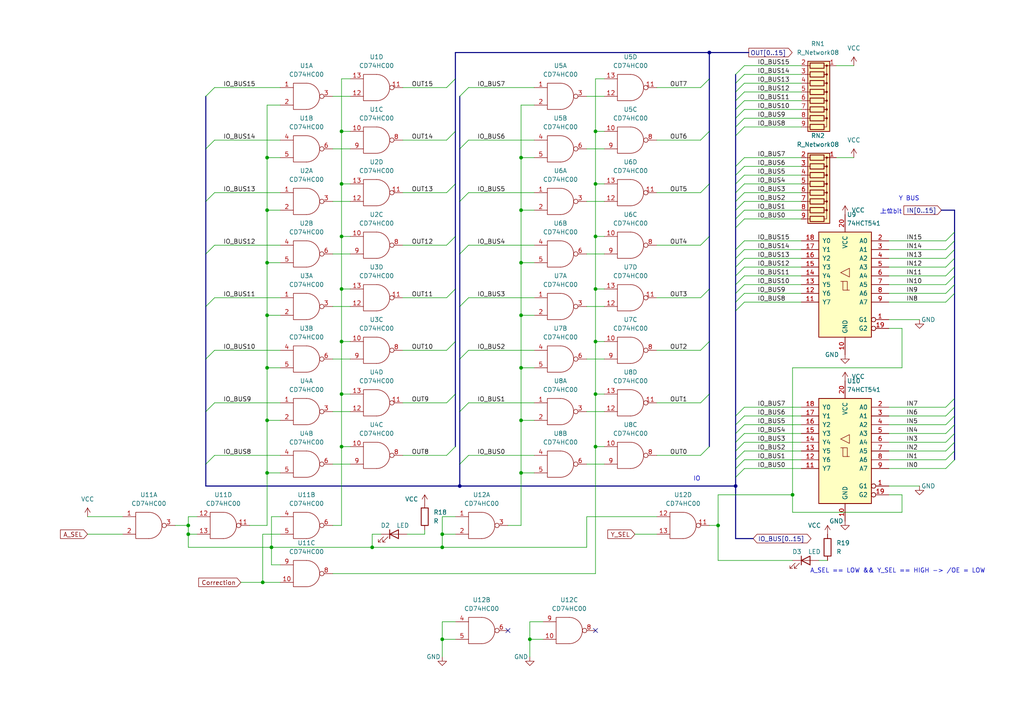
<source format=kicad_sch>
(kicad_sch (version 20211123) (generator eeschema)
  (paper "A4")
  (lib_symbols
    (symbol "74xx:74HCT541" (pin_names (offset 1.016))
      (property "Reference" "U" (at -7.62 16.51 0))
      (property "Value" "74HCT541" (at -7.62 -16.51 0))
      (symbol "74HCT541_1_0"
        (polyline (pts (xy -0.635 -1.6002) (xy -0.635 0.9398) (xy 0.635 0.9398)))
        (polyline (pts (xy -1.27 -1.6002) (xy 0.635 -1.6002) (xy 0.635 0.9398) (xy 1.27 0.9398)))
        (polyline (pts (xy 1.27 3.4798) (xy -1.27 4.7498) (xy -1.27 2.2098) (xy 1.27 3.4798)) (stroke (width 0.1524)))
        (pin input inverted (at -12.7 -10.16 0) (length 5.08) (name "G1") (number "1"))
        (pin power_in line (at 0 -20.32 90) (length 5.08) (name "GND") (number "10"))
        (pin tri_state line (at 12.7 -5.08 180) (length 5.08) (name "Y7") (number "11"))
        (pin tri_state line (at 12.7 -2.54 180) (length 5.08) (name "Y6") (number "12"))
        (pin tri_state line (at 12.7 0 180) (length 5.08) (name "Y5") (number "13"))
        (pin tri_state line (at 12.7 2.54 180) (length 5.08) (name "Y4") (number "14"))
        (pin tri_state line (at 12.7 5.08 180) (length 5.08) (name "Y3") (number "15"))
        (pin tri_state line (at 12.7 7.62 180) (length 5.08) (name "Y2") (number "16"))
        (pin tri_state line (at 12.7 10.16 180) (length 5.08) (name "Y1") (number "17"))
        (pin tri_state line (at 12.7 12.7 180) (length 5.08) (name "Y0") (number "18"))
        (pin input inverted (at -12.7 -12.7 0) (length 5.08) (name "G2") (number "19"))
        (pin input line (at -12.7 12.7 0) (length 5.08) (name "A0") (number "2"))
        (pin power_in line (at 0 20.32 270) (length 5.08) (name "VCC") (number "20"))
        (pin input line (at -12.7 10.16 0) (length 5.08) (name "A1") (number "3"))
        (pin input line (at -12.7 7.62 0) (length 5.08) (name "A2") (number "4"))
        (pin input line (at -12.7 5.08 0) (length 5.08) (name "A3") (number "5"))
        (pin input line (at -12.7 2.54 0) (length 5.08) (name "A4") (number "6"))
        (pin input line (at -12.7 0 0) (length 5.08) (name "A5") (number "7"))
        (pin input line (at -12.7 -2.54 0) (length 5.08) (name "A6") (number "8"))
        (pin input line (at -12.7 -5.08 0) (length 5.08) (name "A7") (number "9"))
      )
      (symbol "74HCT541_1_1"
        (rectangle (start -7.62 15.24) (end 7.62 -15.24) (stroke (width 0.254)) (fill (type background)))
      )
    )
    (symbol "CD74HCXX:CD74HC00" (pin_names (offset 0.762))
      (property "Reference" "U" (at -2.54 6.985 0))
      (property "Value" "CD74HC00" (at 1.27 5.08 0))
      (symbol "CD74HC00_0_0"
        (pin power_in line (at -2.54 2.54 0) (length 0) hide (name "VCC") (number "14"))
        (pin power_in line (at -2.54 -2.54 0) (length 0) hide (name "GND") (number "7"))
      )
      (symbol "CD74HC00_0_1"
        (arc (start 0 -3.81) (mid 3.81 0) (end 0 3.81))
        (polyline (pts (xy 0 3.81) (xy -3.81 3.81) (xy -3.81 -3.81) (xy 0 -3.81)))
      )
      (symbol "CD74HC00_0_2"
        (arc (start -4.445 -3.81) (mid -3.175 0) (end -4.445 3.81))
        (arc (start -3.175 -3.81) (mid 0.803 -2.7954) (end 3.81 0))
        (polyline (pts (xy -4.445 -3.81) (xy -3.175 -3.81)))
        (polyline (pts (xy -4.445 3.81) (xy -3.175 3.81)))
        (arc (start 3.81 0) (mid 0.8099 2.8117) (end -3.175 3.81))
      )
      (symbol "CD74HC00_1_1"
        (pin input line (at -7.62 2.54 0) (length 3.81) (name "~") (number "1"))
        (pin input line (at -7.62 -2.54 0) (length 3.81) (name "~") (number "2"))
        (pin output inverted (at 7.62 0 180) (length 3.81) (name "~") (number "3"))
      )
      (symbol "CD74HC00_1_2"
        (pin input inverted (at -7.62 2.54 0) (length 3.81) (name "~") (number "1"))
        (pin input inverted (at -7.62 -2.54 0) (length 3.81) (name "~") (number "2"))
        (pin output line (at 7.62 0 180) (length 3.81) (name "~") (number "3"))
      )
      (symbol "CD74HC00_2_1"
        (pin input line (at -7.62 2.54 0) (length 3.81) (name "~") (number "4"))
        (pin input line (at -7.62 -2.54 0) (length 3.81) (name "~") (number "5"))
        (pin output inverted (at 7.62 0 180) (length 3.81) (name "~") (number "6"))
      )
      (symbol "CD74HC00_2_2"
        (pin input inverted (at -7.62 2.54 0) (length 3.81) (name "~") (number "4"))
        (pin input inverted (at -7.62 -2.54 0) (length 3.81) (name "~") (number "5"))
        (pin output line (at 7.62 0 180) (length 3.81) (name "~") (number "6"))
      )
      (symbol "CD74HC00_3_1"
        (pin input line (at -7.62 -2.54 0) (length 3.81) (name "~") (number "10"))
        (pin output inverted (at 7.62 0 180) (length 3.81) (name "~") (number "8"))
        (pin input line (at -7.62 2.54 0) (length 3.81) (name "~") (number "9"))
      )
      (symbol "CD74HC00_3_2"
        (pin input inverted (at -7.62 -2.54 0) (length 3.81) (name "~") (number "10"))
        (pin output line (at 7.62 0 180) (length 3.81) (name "~") (number "8"))
        (pin input inverted (at -7.62 2.54 0) (length 3.81) (name "~") (number "9"))
      )
      (symbol "CD74HC00_4_1"
        (pin output inverted (at 7.62 0 180) (length 3.81) (name "~") (number "11"))
        (pin input line (at -7.62 2.54 0) (length 3.81) (name "~") (number "12"))
        (pin input line (at -7.62 -2.54 0) (length 3.81) (name "~") (number "13"))
      )
      (symbol "CD74HC00_4_2"
        (pin output line (at 7.62 0 180) (length 3.81) (name "~") (number "11"))
        (pin input inverted (at -7.62 2.54 0) (length 3.81) (name "~") (number "12"))
        (pin input inverted (at -7.62 -2.54 0) (length 3.81) (name "~") (number "13"))
      )
    )
    (symbol "Device:LED" (pin_numbers hide) (pin_names (offset 1.016) hide)
      (property "Reference" "D" (at 0 2.54 0))
      (property "Value" "LED" (at 0 -2.54 0))
      (symbol "LED_0_1"
        (polyline (pts (xy -1.27 -1.27) (xy -1.27 1.27)) (stroke (width 0.254)))
        (polyline (pts (xy -1.27 0) (xy 1.27 0)))
        (polyline (pts (xy 1.27 -1.27) (xy 1.27 1.27) (xy -1.27 0) (xy 1.27 -1.27)) (stroke (width 0.254)))
        (polyline (pts (xy -3.048 -0.762) (xy -4.572 -2.286) (xy -3.81 -2.286) (xy -4.572 -2.286) (xy -4.572 -1.524)))
        (polyline (pts (xy -1.778 -0.762) (xy -3.302 -2.286) (xy -2.54 -2.286) (xy -3.302 -2.286) (xy -3.302 -1.524)))
      )
      (symbol "LED_1_1"
        (pin passive line (at -3.81 0 0) (length 2.54) (name "K") (number "1"))
        (pin passive line (at 3.81 0 180) (length 2.54) (name "A") (number "2"))
      )
    )
    (symbol "Device:R" (pin_numbers hide) (pin_names (offset 0))
      (property "Reference" "R" (at 2.032 0 90))
      (property "Value" "R" (at 0 0 90))
      (symbol "R_0_1"
        (rectangle (start -1.016 -2.54) (end 1.016 2.54) (stroke (width 0.254)))
      )
      (symbol "R_1_1"
        (pin passive line (at 0 3.81 270) (length 1.27) (name "~") (number "1"))
        (pin passive line (at 0 -3.81 90) (length 1.27) (name "~") (number "2"))
      )
    )
    (symbol "Device:R_Network08" (pin_names (offset 0) hide)
      (property "Reference" "RN" (at -12.7 0 90))
      (property "Value" "R_Network08" (at 10.16 0 90))
      (symbol "R_Network08_0_1"
        (rectangle (start -11.43 -3.175) (end 8.89 3.175) (stroke (width 0.254)) (fill (type background)))
        (rectangle (start -10.922 1.524) (end -9.398 -2.54) (stroke (width 0.254)))
        (circle (center -10.16 2.286) (radius 0.254) (fill (type outline)))
        (rectangle (start -8.382 1.524) (end -6.858 -2.54) (stroke (width 0.254)))
        (circle (center -7.62 2.286) (radius 0.254) (fill (type outline)))
        (rectangle (start -5.842 1.524) (end -4.318 -2.54) (stroke (width 0.254)))
        (circle (center -5.08 2.286) (radius 0.254) (fill (type outline)))
        (rectangle (start -3.302 1.524) (end -1.778 -2.54) (stroke (width 0.254)))
        (circle (center -2.54 2.286) (radius 0.254) (fill (type outline)))
        (rectangle (start -0.762 1.524) (end 0.762 -2.54) (stroke (width 0.254)))
        (polyline (pts (xy -10.16 -2.54) (xy -10.16 -3.81)))
        (polyline (pts (xy -7.62 -2.54) (xy -7.62 -3.81)))
        (polyline (pts (xy -5.08 -2.54) (xy -5.08 -3.81)))
        (polyline (pts (xy -2.54 -2.54) (xy -2.54 -3.81)))
        (polyline (pts (xy 0 -2.54) (xy 0 -3.81)))
        (polyline (pts (xy 2.54 -2.54) (xy 2.54 -3.81)))
        (polyline (pts (xy 5.08 -2.54) (xy 5.08 -3.81)))
        (polyline (pts (xy 7.62 -2.54) (xy 7.62 -3.81)))
        (polyline (pts (xy -10.16 1.524) (xy -10.16 2.286) (xy -7.62 2.286) (xy -7.62 1.524)))
        (polyline (pts (xy -7.62 1.524) (xy -7.62 2.286) (xy -5.08 2.286) (xy -5.08 1.524)))
        (polyline (pts (xy -5.08 1.524) (xy -5.08 2.286) (xy -2.54 2.286) (xy -2.54 1.524)))
        (polyline (pts (xy -2.54 1.524) (xy -2.54 2.286) (xy 0 2.286) (xy 0 1.524)))
        (polyline (pts (xy 0 1.524) (xy 0 2.286) (xy 2.54 2.286) (xy 2.54 1.524)))
        (polyline (pts (xy 2.54 1.524) (xy 2.54 2.286) (xy 5.08 2.286) (xy 5.08 1.524)))
        (polyline (pts (xy 5.08 1.524) (xy 5.08 2.286) (xy 7.62 2.286) (xy 7.62 1.524)))
        (circle (center 0 2.286) (radius 0.254) (fill (type outline)))
        (rectangle (start 1.778 1.524) (end 3.302 -2.54) (stroke (width 0.254)))
        (circle (center 2.54 2.286) (radius 0.254) (fill (type outline)))
        (rectangle (start 4.318 1.524) (end 5.842 -2.54) (stroke (width 0.254)))
        (circle (center 5.08 2.286) (radius 0.254) (fill (type outline)))
        (rectangle (start 6.858 1.524) (end 8.382 -2.54) (stroke (width 0.254)))
      )
      (symbol "R_Network08_1_1"
        (pin passive line (at -10.16 5.08 270) (length 2.54) (name "common") (number "1"))
        (pin passive line (at -10.16 -5.08 90) (length 1.27) (name "R1") (number "2"))
        (pin passive line (at -7.62 -5.08 90) (length 1.27) (name "R2") (number "3"))
        (pin passive line (at -5.08 -5.08 90) (length 1.27) (name "R3") (number "4"))
        (pin passive line (at -2.54 -5.08 90) (length 1.27) (name "R4") (number "5"))
        (pin passive line (at 0 -5.08 90) (length 1.27) (name "R5") (number "6"))
        (pin passive line (at 2.54 -5.08 90) (length 1.27) (name "R6") (number "7"))
        (pin passive line (at 5.08 -5.08 90) (length 1.27) (name "R7") (number "8"))
        (pin passive line (at 7.62 -5.08 90) (length 1.27) (name "R8") (number "9"))
      )
    )
    (symbol "power:GND" (power) (pin_names (offset 0))
      (property "Value" "GND" (at 0 -3.81 0))
      (symbol "GND_0_1"
        (polyline (pts (xy 0 0) (xy 0 -1.27) (xy 1.27 -1.27) (xy 0 -2.54) (xy -1.27 -1.27) (xy 0 -1.27)))
      )
      (symbol "GND_1_1"
        (pin power_in line (at 0 0 270) (length 0) hide (name "GND") (number "1"))
      )
    )
    (symbol "power:VCC" (power) (pin_names (offset 0))
      (property "Value" "VCC" (at 0 3.81 0))
      (symbol "VCC_0_1"
        (polyline (pts (xy -0.762 1.27) (xy 0 2.54)))
        (polyline (pts (xy 0 0) (xy 0 2.54)))
        (polyline (pts (xy 0 2.54) (xy 0.762 1.27)))
      )
      (symbol "VCC_1_1"
        (pin power_in line (at 0 0 90) (length 0) hide (name "VCC") (number "1"))
      )
    )
  )
  (junction (at 77.47 60.96))
  (junction (at 151.13 60.96))
  (junction (at 77.47 91.44))
  (junction (at 54.61 154.94))
  (junction (at 77.47 76.2))
  (junction (at 151.13 106.68))
  (junction (at 99.06 99.06))
  (junction (at 54.61 152.4))
  (junction (at 99.06 114.3))
  (junction (at 172.72 83.82))
  (junction (at 99.06 53.34))
  (junction (at 151.13 45.72))
  (junction (at 213.36 140.97))
  (junction (at 133.35 140.97))
  (junction (at 99.06 83.82))
  (junction (at 172.72 99.06))
  (junction (at 78.74 158.75))
  (junction (at 99.06 38.1))
  (junction (at 128.27 185.42))
  (junction (at 77.47 106.68))
  (junction (at 172.72 38.1))
  (junction (at 172.72 129.54))
  (junction (at 172.72 68.58))
  (junction (at 172.72 53.34))
  (junction (at 208.28 152.4))
  (junction (at 172.72 114.3))
  (junction (at 128.27 154.94))
  (junction (at 77.47 45.72))
  (junction (at 151.13 121.92))
  (junction (at 99.06 129.54))
  (junction (at 151.13 137.16))
  (junction (at 107.95 158.75))
  (junction (at 229.87 143.51))
  (junction (at 77.47 137.16))
  (junction (at 205.74 15.24))
  (junction (at 153.67 185.42))
  (junction (at 151.13 91.44))
  (junction (at 151.13 76.2))
  (junction (at 128.27 158.75))
  (junction (at 76.2 168.91))
  (junction (at 77.47 121.92))
  (junction (at 99.06 68.58))
  (no_connect (at 147.32 182.88))
  (no_connect (at 172.72 182.88))
  (bus_entry (at 213.36 48.26) (size 2.54 -2.54))
  (bus_entry (at 274.32 82.55) (size 2.54 -2.54))
  (bus_entry (at 274.32 130.81) (size 2.54 -2.54))
  (bus_entry (at 133.35 43.18) (size 2.54 -2.54))
  (bus_entry (at 274.32 135.89) (size 2.54 -2.54))
  (bus_entry (at 213.36 39.37) (size 2.54 -2.54))
  (bus_entry (at 133.35 73.66) (size 2.54 -2.54))
  (bus_entry (at 213.36 29.21) (size 2.54 -2.54))
  (bus_entry (at 274.32 118.11) (size 2.54 -2.54))
  (bus_entry (at 274.32 80.01) (size 2.54 -2.54))
  (bus_entry (at 213.36 55.88) (size 2.54 -2.54))
  (bus_entry (at 129.54 55.88) (size 2.54 -2.54))
  (bus_entry (at 59.69 43.18) (size 2.54 -2.54))
  (bus_entry (at 274.32 120.65) (size 2.54 -2.54))
  (bus_entry (at 213.36 26.67) (size 2.54 -2.54))
  (bus_entry (at 274.32 74.93) (size 2.54 -2.54))
  (bus_entry (at 213.36 63.5) (size 2.54 -2.54))
  (bus_entry (at 213.36 53.34) (size 2.54 -2.54))
  (bus_entry (at 129.54 86.36) (size 2.54 -2.54))
  (bus_entry (at 213.36 50.8) (size 2.54 -2.54))
  (bus_entry (at 133.35 58.42) (size 2.54 -2.54))
  (bus_entry (at 274.32 87.63) (size 2.54 -2.54))
  (bus_entry (at 203.2 86.36) (size 2.54 -2.54))
  (bus_entry (at 274.32 77.47) (size 2.54 -2.54))
  (bus_entry (at 129.54 25.4) (size 2.54 -2.54))
  (bus_entry (at 203.2 25.4) (size 2.54 -2.54))
  (bus_entry (at 213.36 31.75) (size 2.54 -2.54))
  (bus_entry (at 203.2 71.12) (size 2.54 -2.54))
  (bus_entry (at 59.69 58.42) (size 2.54 -2.54))
  (bus_entry (at 59.69 104.14) (size 2.54 -2.54))
  (bus_entry (at 274.32 128.27) (size 2.54 -2.54))
  (bus_entry (at 203.2 116.84) (size 2.54 -2.54))
  (bus_entry (at 213.36 24.13) (size 2.54 -2.54))
  (bus_entry (at 274.32 123.19) (size 2.54 -2.54))
  (bus_entry (at 274.32 72.39) (size 2.54 -2.54))
  (bus_entry (at 59.69 119.38) (size 2.54 -2.54))
  (bus_entry (at 133.35 134.62) (size 2.54 -2.54))
  (bus_entry (at 133.35 104.14) (size 2.54 -2.54))
  (bus_entry (at 274.32 133.35) (size 2.54 -2.54))
  (bus_entry (at 129.54 116.84) (size 2.54 -2.54))
  (bus_entry (at 129.54 71.12) (size 2.54 -2.54))
  (bus_entry (at 213.36 21.59) (size 2.54 -2.54))
  (bus_entry (at 129.54 132.08) (size 2.54 -2.54))
  (bus_entry (at 59.69 27.94) (size 2.54 -2.54))
  (bus_entry (at 129.54 40.64) (size 2.54 -2.54))
  (bus_entry (at 213.36 58.42) (size 2.54 -2.54))
  (bus_entry (at 213.36 36.83) (size 2.54 -2.54))
  (bus_entry (at 213.36 123.19) (size 2.54 -2.54))
  (bus_entry (at 213.36 128.27) (size 2.54 -2.54))
  (bus_entry (at 213.36 125.73) (size 2.54 -2.54))
  (bus_entry (at 213.36 130.81) (size 2.54 -2.54))
  (bus_entry (at 213.36 120.65) (size 2.54 -2.54))
  (bus_entry (at 213.36 133.35) (size 2.54 -2.54))
  (bus_entry (at 213.36 138.43) (size 2.54 -2.54))
  (bus_entry (at 213.36 135.89) (size 2.54 -2.54))
  (bus_entry (at 203.2 132.08) (size 2.54 -2.54))
  (bus_entry (at 213.36 90.17) (size 2.54 -2.54))
  (bus_entry (at 213.36 87.63) (size 2.54 -2.54))
  (bus_entry (at 213.36 72.39) (size 2.54 -2.54))
  (bus_entry (at 213.36 74.93) (size 2.54 -2.54))
  (bus_entry (at 213.36 85.09) (size 2.54 -2.54))
  (bus_entry (at 213.36 82.55) (size 2.54 -2.54))
  (bus_entry (at 213.36 77.47) (size 2.54 -2.54))
  (bus_entry (at 213.36 80.01) (size 2.54 -2.54))
  (bus_entry (at 274.32 85.09) (size 2.54 -2.54))
  (bus_entry (at 133.35 88.9) (size 2.54 -2.54))
  (bus_entry (at 274.32 69.85) (size 2.54 -2.54))
  (bus_entry (at 203.2 55.88) (size 2.54 -2.54))
  (bus_entry (at 203.2 40.64) (size 2.54 -2.54))
  (bus_entry (at 213.36 66.04) (size 2.54 -2.54))
  (bus_entry (at 274.32 125.73) (size 2.54 -2.54))
  (bus_entry (at 59.69 88.9) (size 2.54 -2.54))
  (bus_entry (at 213.36 60.96) (size 2.54 -2.54))
  (bus_entry (at 213.36 34.29) (size 2.54 -2.54))
  (bus_entry (at 203.2 101.6) (size 2.54 -2.54))
  (bus_entry (at 133.35 27.94) (size 2.54 -2.54))
  (bus_entry (at 59.69 73.66) (size 2.54 -2.54))
  (bus_entry (at 129.54 101.6) (size 2.54 -2.54))
  (bus_entry (at 59.69 134.62) (size 2.54 -2.54))
  (bus_entry (at 133.35 119.38) (size 2.54 -2.54))
  (wire (pts (xy 151.13 106.68) (xy 154.94 106.68)))
  (bus (pts (xy 213.36 85.09) (xy 213.36 82.55)))
  (bus (pts (xy 132.08 22.86) (xy 132.08 15.24)))
  (bus (pts (xy 213.36 31.75) (xy 213.36 34.29)))
  (bus (pts (xy 213.36 82.55) (xy 213.36 80.01)))
  (wire (pts (xy 215.9 69.85) (xy 232.41 69.85)))
  (wire (pts (xy 76.2 168.91) (xy 81.28 168.91)))
  (wire (pts (xy 257.81 125.73) (xy 274.32 125.73)))
  (wire (pts (xy 69.85 168.91) (xy 76.2 168.91)))
  (wire (pts (xy 25.4 149.86) (xy 35.56 149.86)))
  (wire (pts (xy 96.52 73.66) (xy 101.6 73.66)))
  (wire (pts (xy 81.28 149.86) (xy 78.74 149.86)))
  (bus (pts (xy 133.35 119.38) (xy 133.35 134.62)))
  (wire (pts (xy 116.84 86.36) (xy 129.54 86.36)))
  (wire (pts (xy 77.47 137.16) (xy 81.28 137.16)))
  (wire (pts (xy 116.84 71.12) (xy 129.54 71.12)))
  (wire (pts (xy 215.9 26.67) (xy 232.41 26.67)))
  (wire (pts (xy 54.61 154.94) (xy 54.61 152.4)))
  (bus (pts (xy 205.74 22.86) (xy 205.74 38.1)))
  (wire (pts (xy 257.81 128.27) (xy 274.32 128.27)))
  (bus (pts (xy 59.69 27.94) (xy 59.69 43.18)))
  (wire (pts (xy 151.13 60.96) (xy 151.13 76.2)))
  (wire (pts (xy 62.23 132.08) (xy 81.28 132.08)))
  (wire (pts (xy 257.81 77.47) (xy 274.32 77.47)))
  (wire (pts (xy 172.72 83.82) (xy 172.72 68.58)))
  (wire (pts (xy 261.62 143.51) (xy 257.81 143.51)))
  (wire (pts (xy 99.06 83.82) (xy 101.6 83.82)))
  (bus (pts (xy 213.36 58.42) (xy 213.36 60.96)))
  (wire (pts (xy 215.9 125.73) (xy 232.41 125.73)))
  (wire (pts (xy 77.47 76.2) (xy 81.28 76.2)))
  (wire (pts (xy 229.87 162.56) (xy 208.28 162.56)))
  (bus (pts (xy 213.36 66.04) (xy 213.36 72.39)))
  (wire (pts (xy 78.74 158.75) (xy 78.74 163.83)))
  (bus (pts (xy 59.69 58.42) (xy 59.69 73.66)))
  (wire (pts (xy 77.47 121.92) (xy 81.28 121.92)))
  (wire (pts (xy 247.65 45.72) (xy 242.57 45.72)))
  (bus (pts (xy 205.74 68.58) (xy 205.74 83.82)))
  (wire (pts (xy 170.18 134.62) (xy 175.26 134.62)))
  (wire (pts (xy 77.47 137.16) (xy 77.47 152.4)))
  (wire (pts (xy 151.13 45.72) (xy 154.94 45.72)))
  (wire (pts (xy 257.81 123.19) (xy 274.32 123.19)))
  (wire (pts (xy 99.06 38.1) (xy 99.06 53.34)))
  (wire (pts (xy 215.9 118.11) (xy 232.41 118.11)))
  (bus (pts (xy 133.35 73.66) (xy 133.35 88.9)))
  (wire (pts (xy 132.08 154.94) (xy 128.27 154.94)))
  (wire (pts (xy 172.72 68.58) (xy 172.72 53.34)))
  (wire (pts (xy 172.72 129.54) (xy 172.72 114.3)))
  (bus (pts (xy 213.36 50.8) (xy 213.36 53.34)))
  (wire (pts (xy 172.72 83.82) (xy 175.26 83.82)))
  (wire (pts (xy 62.23 40.64) (xy 81.28 40.64)))
  (wire (pts (xy 215.9 72.39) (xy 232.41 72.39)))
  (bus (pts (xy 213.36 29.21) (xy 213.36 31.75)))
  (bus (pts (xy 59.69 43.18) (xy 59.69 58.42)))
  (wire (pts (xy 215.9 133.35) (xy 232.41 133.35)))
  (wire (pts (xy 116.84 25.4) (xy 129.54 25.4)))
  (bus (pts (xy 205.74 114.3) (xy 205.74 129.54)))
  (bus (pts (xy 59.69 134.62) (xy 59.69 140.97)))
  (wire (pts (xy 170.18 58.42) (xy 175.26 58.42)))
  (bus (pts (xy 276.86 72.39) (xy 276.86 74.93)))
  (bus (pts (xy 213.36 128.27) (xy 213.36 125.73)))
  (wire (pts (xy 135.89 86.36) (xy 154.94 86.36)))
  (wire (pts (xy 229.87 148.59) (xy 261.62 148.59)))
  (wire (pts (xy 172.72 99.06) (xy 175.26 99.06)))
  (wire (pts (xy 261.62 95.25) (xy 257.81 95.25)))
  (wire (pts (xy 77.47 121.92) (xy 77.47 137.16)))
  (bus (pts (xy 276.86 69.85) (xy 276.86 72.39)))
  (wire (pts (xy 208.28 152.4) (xy 205.74 152.4)))
  (wire (pts (xy 147.32 152.4) (xy 151.13 152.4)))
  (wire (pts (xy 257.81 74.93) (xy 274.32 74.93)))
  (wire (pts (xy 257.81 118.11) (xy 274.32 118.11)))
  (wire (pts (xy 135.89 40.64) (xy 154.94 40.64)))
  (wire (pts (xy 215.9 24.13) (xy 232.41 24.13)))
  (wire (pts (xy 96.52 58.42) (xy 101.6 58.42)))
  (bus (pts (xy 132.08 114.3) (xy 132.08 99.06)))
  (wire (pts (xy 208.28 152.4) (xy 208.28 162.56)))
  (wire (pts (xy 190.5 40.64) (xy 203.2 40.64)))
  (bus (pts (xy 276.86 60.96) (xy 276.86 67.31)))
  (wire (pts (xy 99.06 83.82) (xy 99.06 99.06)))
  (wire (pts (xy 99.06 68.58) (xy 99.06 83.82)))
  (wire (pts (xy 190.5 71.12) (xy 203.2 71.12)))
  (bus (pts (xy 213.36 26.67) (xy 213.36 29.21)))
  (wire (pts (xy 99.06 129.54) (xy 99.06 152.4)))
  (wire (pts (xy 116.84 55.88) (xy 129.54 55.88)))
  (bus (pts (xy 132.08 53.34) (xy 132.08 38.1)))
  (wire (pts (xy 257.81 72.39) (xy 274.32 72.39)))
  (bus (pts (xy 59.69 104.14) (xy 59.69 119.38)))
  (wire (pts (xy 99.06 53.34) (xy 101.6 53.34)))
  (wire (pts (xy 99.06 68.58) (xy 101.6 68.58)))
  (wire (pts (xy 190.5 132.08) (xy 203.2 132.08)))
  (wire (pts (xy 153.67 180.34) (xy 153.67 185.42)))
  (wire (pts (xy 172.72 53.34) (xy 172.72 38.1)))
  (bus (pts (xy 213.36 60.96) (xy 213.36 63.5)))
  (wire (pts (xy 151.13 137.16) (xy 154.94 137.16)))
  (wire (pts (xy 257.81 133.35) (xy 274.32 133.35)))
  (wire (pts (xy 118.11 154.94) (xy 123.19 154.94)))
  (bus (pts (xy 133.35 58.42) (xy 133.35 73.66)))
  (bus (pts (xy 133.35 140.97) (xy 213.36 140.97)))
  (wire (pts (xy 50.8 152.4) (xy 54.61 152.4)))
  (wire (pts (xy 172.72 114.3) (xy 172.72 99.06)))
  (wire (pts (xy 96.52 27.94) (xy 101.6 27.94)))
  (wire (pts (xy 77.47 106.68) (xy 77.47 121.92)))
  (bus (pts (xy 132.08 99.06) (xy 132.08 83.82)))
  (wire (pts (xy 170.18 149.86) (xy 170.18 158.75)))
  (wire (pts (xy 215.9 128.27) (xy 232.41 128.27)))
  (wire (pts (xy 78.74 158.75) (xy 54.61 158.75)))
  (wire (pts (xy 172.72 38.1) (xy 175.26 38.1)))
  (bus (pts (xy 213.36 133.35) (xy 213.36 130.81)))
  (wire (pts (xy 261.62 106.68) (xy 261.62 95.25)))
  (wire (pts (xy 128.27 180.34) (xy 128.27 185.42)))
  (wire (pts (xy 62.23 25.4) (xy 81.28 25.4)))
  (wire (pts (xy 96.52 134.62) (xy 101.6 134.62)))
  (bus (pts (xy 213.36 90.17) (xy 213.36 87.63)))
  (wire (pts (xy 151.13 121.92) (xy 151.13 137.16)))
  (bus (pts (xy 213.36 55.88) (xy 213.36 58.42)))
  (wire (pts (xy 172.72 114.3) (xy 175.26 114.3)))
  (wire (pts (xy 128.27 185.42) (xy 128.27 190.5)))
  (wire (pts (xy 135.89 116.84) (xy 154.94 116.84)))
  (wire (pts (xy 190.5 101.6) (xy 203.2 101.6)))
  (wire (pts (xy 153.67 185.42) (xy 153.67 190.5)))
  (wire (pts (xy 77.47 30.48) (xy 77.47 45.72)))
  (wire (pts (xy 62.23 55.88) (xy 81.28 55.88)))
  (wire (pts (xy 215.9 82.55) (xy 232.41 82.55)))
  (wire (pts (xy 229.87 106.68) (xy 229.87 143.51)))
  (wire (pts (xy 132.08 180.34) (xy 128.27 180.34)))
  (bus (pts (xy 205.74 83.82) (xy 205.74 99.06)))
  (wire (pts (xy 151.13 91.44) (xy 151.13 106.68)))
  (bus (pts (xy 133.35 43.18) (xy 133.35 58.42)))
  (wire (pts (xy 81.28 154.94) (xy 76.2 154.94)))
  (bus (pts (xy 59.69 73.66) (xy 59.69 88.9)))
  (wire (pts (xy 215.9 31.75) (xy 232.41 31.75)))
  (wire (pts (xy 135.89 101.6) (xy 154.94 101.6)))
  (wire (pts (xy 57.15 154.94) (xy 54.61 154.94)))
  (bus (pts (xy 213.36 120.65) (xy 213.36 90.17)))
  (wire (pts (xy 215.9 50.8) (xy 232.41 50.8)))
  (wire (pts (xy 215.9 123.19) (xy 232.41 123.19)))
  (wire (pts (xy 135.89 55.88) (xy 154.94 55.88)))
  (wire (pts (xy 99.06 22.86) (xy 99.06 38.1)))
  (wire (pts (xy 151.13 106.68) (xy 151.13 121.92)))
  (bus (pts (xy 213.36 80.01) (xy 213.36 77.47)))
  (wire (pts (xy 54.61 152.4) (xy 54.61 149.86)))
  (bus (pts (xy 213.36 21.59) (xy 213.36 24.13)))
  (wire (pts (xy 153.67 185.42) (xy 157.48 185.42)))
  (bus (pts (xy 276.86 115.57) (xy 276.86 118.11)))
  (wire (pts (xy 96.52 104.14) (xy 101.6 104.14)))
  (bus (pts (xy 59.69 88.9) (xy 59.69 104.14)))
  (wire (pts (xy 151.13 60.96) (xy 154.94 60.96)))
  (wire (pts (xy 151.13 45.72) (xy 151.13 60.96)))
  (bus (pts (xy 276.86 67.31) (xy 276.86 69.85)))
  (wire (pts (xy 81.28 30.48) (xy 77.47 30.48)))
  (wire (pts (xy 135.89 71.12) (xy 154.94 71.12)))
  (wire (pts (xy 77.47 91.44) (xy 77.47 106.68)))
  (wire (pts (xy 78.74 149.86) (xy 78.74 158.75)))
  (bus (pts (xy 276.86 74.93) (xy 276.86 77.47)))
  (wire (pts (xy 215.9 34.29) (xy 232.41 34.29)))
  (wire (pts (xy 128.27 154.94) (xy 128.27 158.75)))
  (bus (pts (xy 213.36 48.26) (xy 213.36 50.8)))
  (bus (pts (xy 132.08 129.54) (xy 132.08 114.3)))
  (wire (pts (xy 215.9 120.65) (xy 232.41 120.65)))
  (wire (pts (xy 257.81 120.65) (xy 274.32 120.65)))
  (wire (pts (xy 151.13 76.2) (xy 151.13 91.44)))
  (wire (pts (xy 99.06 114.3) (xy 101.6 114.3)))
  (wire (pts (xy 215.9 63.5) (xy 232.41 63.5)))
  (wire (pts (xy 107.95 154.94) (xy 110.49 154.94)))
  (bus (pts (xy 132.08 15.24) (xy 205.74 15.24)))
  (wire (pts (xy 116.84 116.84) (xy 129.54 116.84)))
  (bus (pts (xy 276.86 77.47) (xy 276.86 80.01)))
  (wire (pts (xy 99.06 53.34) (xy 99.06 68.58)))
  (wire (pts (xy 215.9 80.01) (xy 232.41 80.01)))
  (wire (pts (xy 151.13 91.44) (xy 154.94 91.44)))
  (wire (pts (xy 215.9 48.26) (xy 232.41 48.26)))
  (wire (pts (xy 215.9 77.47) (xy 232.41 77.47)))
  (bus (pts (xy 205.74 38.1) (xy 205.74 53.34)))
  (wire (pts (xy 96.52 152.4) (xy 99.06 152.4)))
  (wire (pts (xy 151.13 121.92) (xy 154.94 121.92)))
  (wire (pts (xy 257.81 87.63) (xy 274.32 87.63)))
  (wire (pts (xy 172.72 38.1) (xy 172.72 22.86)))
  (bus (pts (xy 273.05 60.96) (xy 276.86 60.96)))
  (wire (pts (xy 135.89 25.4) (xy 154.94 25.4)))
  (bus (pts (xy 276.86 130.81) (xy 276.86 133.35)))
  (wire (pts (xy 77.47 60.96) (xy 77.47 76.2)))
  (wire (pts (xy 190.5 86.36) (xy 203.2 86.36)))
  (wire (pts (xy 62.23 71.12) (xy 81.28 71.12)))
  (wire (pts (xy 172.72 129.54) (xy 175.26 129.54)))
  (wire (pts (xy 77.47 76.2) (xy 77.47 91.44)))
  (wire (pts (xy 76.2 154.94) (xy 76.2 168.91)))
  (wire (pts (xy 151.13 30.48) (xy 151.13 45.72)))
  (wire (pts (xy 215.9 85.09) (xy 232.41 85.09)))
  (bus (pts (xy 132.08 38.1) (xy 132.08 22.86)))
  (bus (pts (xy 276.86 125.73) (xy 276.86 128.27)))
  (wire (pts (xy 54.61 149.86) (xy 57.15 149.86)))
  (wire (pts (xy 99.06 38.1) (xy 101.6 38.1)))
  (wire (pts (xy 135.89 132.08) (xy 154.94 132.08)))
  (wire (pts (xy 172.72 22.86) (xy 175.26 22.86)))
  (wire (pts (xy 208.28 143.51) (xy 229.87 143.51)))
  (bus (pts (xy 213.36 34.29) (xy 213.36 36.83)))
  (bus (pts (xy 213.36 135.89) (xy 213.36 133.35)))
  (bus (pts (xy 133.35 134.62) (xy 133.35 140.97)))
  (wire (pts (xy 54.61 158.75) (xy 54.61 154.94)))
  (bus (pts (xy 213.36 39.37) (xy 213.36 48.26)))
  (wire (pts (xy 96.52 119.38) (xy 101.6 119.38)))
  (bus (pts (xy 205.74 15.24) (xy 217.17 15.24)))
  (bus (pts (xy 133.35 104.14) (xy 133.35 119.38)))
  (bus (pts (xy 213.36 140.97) (xy 213.36 156.21)))
  (wire (pts (xy 190.5 55.88) (xy 203.2 55.88)))
  (wire (pts (xy 190.5 149.86) (xy 170.18 149.86)))
  (wire (pts (xy 215.9 60.96) (xy 232.41 60.96)))
  (wire (pts (xy 257.81 80.01) (xy 274.32 80.01)))
  (wire (pts (xy 107.95 158.75) (xy 78.74 158.75)))
  (wire (pts (xy 116.84 132.08) (xy 129.54 132.08)))
  (wire (pts (xy 215.9 36.83) (xy 232.41 36.83)))
  (bus (pts (xy 213.36 130.81) (xy 213.36 128.27)))
  (wire (pts (xy 128.27 149.86) (xy 128.27 154.94)))
  (bus (pts (xy 133.35 27.94) (xy 133.35 43.18)))
  (bus (pts (xy 59.69 119.38) (xy 59.69 134.62)))
  (wire (pts (xy 261.62 148.59) (xy 261.62 143.51)))
  (bus (pts (xy 133.35 88.9) (xy 133.35 104.14)))
  (bus (pts (xy 213.36 138.43) (xy 213.36 135.89)))
  (wire (pts (xy 266.7 92.71) (xy 257.81 92.71)))
  (wire (pts (xy 99.06 99.06) (xy 101.6 99.06)))
  (bus (pts (xy 59.69 140.97) (xy 133.35 140.97)))
  (bus (pts (xy 213.36 63.5) (xy 213.36 66.04)))
  (wire (pts (xy 170.18 88.9) (xy 175.26 88.9)))
  (wire (pts (xy 170.18 43.18) (xy 175.26 43.18)))
  (bus (pts (xy 205.74 15.24) (xy 205.74 22.86)))
  (wire (pts (xy 101.6 22.86) (xy 99.06 22.86)))
  (wire (pts (xy 215.9 19.05) (xy 232.41 19.05)))
  (wire (pts (xy 215.9 21.59) (xy 232.41 21.59)))
  (wire (pts (xy 81.28 60.96) (xy 77.47 60.96)))
  (wire (pts (xy 62.23 116.84) (xy 81.28 116.84)))
  (wire (pts (xy 72.39 152.4) (xy 77.47 152.4)))
  (wire (pts (xy 77.47 45.72) (xy 81.28 45.72)))
  (wire (pts (xy 215.9 58.42) (xy 232.41 58.42)))
  (bus (pts (xy 218.44 156.21) (xy 213.36 156.21)))
  (bus (pts (xy 205.74 99.06) (xy 205.74 114.3)))
  (bus (pts (xy 276.86 118.11) (xy 276.86 120.65)))
  (wire (pts (xy 99.06 99.06) (xy 99.06 114.3)))
  (wire (pts (xy 215.9 130.81) (xy 232.41 130.81)))
  (wire (pts (xy 215.9 74.93) (xy 232.41 74.93)))
  (bus (pts (xy 213.36 72.39) (xy 213.36 74.93)))
  (wire (pts (xy 99.06 129.54) (xy 101.6 129.54)))
  (wire (pts (xy 215.9 45.72) (xy 232.41 45.72)))
  (wire (pts (xy 208.28 143.51) (xy 208.28 152.4)))
  (wire (pts (xy 215.9 29.21) (xy 232.41 29.21)))
  (bus (pts (xy 213.36 123.19) (xy 213.36 120.65)))
  (wire (pts (xy 229.87 143.51) (xy 229.87 148.59)))
  (wire (pts (xy 247.65 19.05) (xy 242.57 19.05)))
  (wire (pts (xy 96.52 166.37) (xy 172.72 166.37)))
  (wire (pts (xy 190.5 25.4) (xy 203.2 25.4)))
  (wire (pts (xy 96.52 43.18) (xy 101.6 43.18)))
  (bus (pts (xy 276.86 80.01) (xy 276.86 82.55)))
  (wire (pts (xy 257.81 130.81) (xy 274.32 130.81)))
  (wire (pts (xy 99.06 114.3) (xy 99.06 129.54)))
  (wire (pts (xy 78.74 163.83) (xy 81.28 163.83)))
  (wire (pts (xy 25.4 154.94) (xy 35.56 154.94)))
  (wire (pts (xy 116.84 101.6) (xy 129.54 101.6)))
  (bus (pts (xy 276.86 82.55) (xy 276.86 85.09)))
  (wire (pts (xy 261.62 106.68) (xy 229.87 106.68)))
  (bus (pts (xy 132.08 83.82) (xy 132.08 68.58)))
  (bus (pts (xy 132.08 68.58) (xy 132.08 53.34)))
  (wire (pts (xy 170.18 73.66) (xy 175.26 73.66)))
  (wire (pts (xy 62.23 101.6) (xy 81.28 101.6)))
  (wire (pts (xy 116.84 40.64) (xy 129.54 40.64)))
  (wire (pts (xy 128.27 185.42) (xy 132.08 185.42)))
  (wire (pts (xy 237.49 162.56) (xy 240.03 162.56)))
  (bus (pts (xy 213.36 87.63) (xy 213.36 85.09)))
  (wire (pts (xy 107.95 154.94) (xy 107.95 158.75)))
  (wire (pts (xy 257.81 69.85) (xy 274.32 69.85)))
  (wire (pts (xy 96.52 88.9) (xy 101.6 88.9)))
  (wire (pts (xy 157.48 180.34) (xy 153.67 180.34)))
  (bus (pts (xy 276.86 123.19) (xy 276.86 125.73)))
  (bus (pts (xy 276.86 128.27) (xy 276.86 130.81)))
  (wire (pts (xy 170.18 104.14) (xy 175.26 104.14)))
  (wire (pts (xy 184.15 154.94) (xy 190.5 154.94)))
  (wire (pts (xy 215.9 55.88) (xy 232.41 55.88)))
  (wire (pts (xy 170.18 119.38) (xy 175.26 119.38)))
  (wire (pts (xy 154.94 30.48) (xy 151.13 30.48)))
  (wire (pts (xy 266.7 140.97) (xy 257.81 140.97)))
  (wire (pts (xy 77.47 45.72) (xy 77.47 60.96)))
  (wire (pts (xy 257.81 135.89) (xy 274.32 135.89)))
  (wire (pts (xy 172.72 53.34) (xy 175.26 53.34)))
  (bus (pts (xy 213.36 36.83) (xy 213.36 39.37)))
  (wire (pts (xy 170.18 27.94) (xy 175.26 27.94)))
  (bus (pts (xy 213.36 77.47) (xy 213.36 74.93)))
  (wire (pts (xy 151.13 137.16) (xy 151.13 152.4)))
  (bus (pts (xy 276.86 120.65) (xy 276.86 123.19)))
  (wire (pts (xy 215.9 87.63) (xy 232.41 87.63)))
  (bus (pts (xy 276.86 85.09) (xy 276.86 115.57)))
  (wire (pts (xy 257.81 85.09) (xy 274.32 85.09)))
  (wire (pts (xy 77.47 106.68) (xy 81.28 106.68)))
  (wire (pts (xy 123.19 154.94) (xy 123.19 153.67)))
  (bus (pts (xy 213.36 53.34) (xy 213.36 55.88)))
  (bus (pts (xy 213.36 140.97) (xy 213.36 138.43)))
  (wire (pts (xy 132.08 149.86) (xy 128.27 149.86)))
  (wire (pts (xy 215.9 53.34) (xy 232.41 53.34)))
  (wire (pts (xy 190.5 116.84) (xy 203.2 116.84)))
  (wire (pts (xy 128.27 158.75) (xy 170.18 158.75)))
  (wire (pts (xy 215.9 135.89) (xy 232.41 135.89)))
  (wire (pts (xy 77.47 91.44) (xy 81.28 91.44)))
  (bus (pts (xy 213.36 24.13) (xy 213.36 26.67)))
  (wire (pts (xy 151.13 76.2) (xy 154.94 76.2)))
  (wire (pts (xy 257.81 82.55) (xy 274.32 82.55)))
  (bus (pts (xy 213.36 125.73) (xy 213.36 123.19)))
  (bus (pts (xy 205.74 53.34) (xy 205.74 68.58)))
  (wire (pts (xy 107.95 158.75) (xy 128.27 158.75)))
  (wire (pts (xy 62.23 86.36) (xy 81.28 86.36)))
  (wire (pts (xy 172.72 99.06) (xy 172.72 83.82)))
  (wire (pts (xy 172.72 68.58) (xy 175.26 68.58)))
  (wire (pts (xy 172.72 166.37) (xy 172.72 129.54)))
  (text "上位bit" (at 261.62 62.23 180) (effects (font (size 1.27 1.27)) (justify right bottom)))
  (text "A_SEL == LOW && Y_SEL == HIGH -> /OE = LOW" (at 234.95 166.37 0) (effects (font (size 1.27 1.27)) (justify left bottom)))
  (text "Y BUS" (at 266.7 58.42 180) (effects (font (size 1.27 1.27)) (justify right bottom)))
  (text "IO" (at 203.2 139.7 180) (effects (font (size 1.27 1.27)) (justify right bottom)))
  (label "IO_BUS6" (at 219.71 120.65 0))
  (label "IN8" (at 262.89 87.63 0))
  (label "IO_BUS12" (at 64.77 71.12 0))
  (label "IO_BUS1" (at 138.43 116.84 0))
  (label "IN6" (at 262.89 120.65 0))
  (label "IO_BUS14" (at 219.71 72.39 0))
  (label "IO_BUS2" (at 138.43 101.6 0))
  (label "IN14" (at 262.89 72.39 0))
  (label "IO_BUS11" (at 219.71 80.01 0))
  (label "IO_BUS0" (at 219.71 135.89 0))
  (label "IO_BUS12" (at 219.71 26.67 0))
  (label "IN4" (at 262.89 125.73 0))
  (label "IN0" (at 262.89 135.89 0))
  (label "IO_BUS10" (at 64.77 101.6 0))
  (label "IO_BUS5" (at 138.43 55.88 0))
  (label "OUT15" (at 119.38 25.4 0))
  (label "IO_BUS7" (at 138.43 25.4 0))
  (label "IN9" (at 262.89 85.09 0))
  (label "IO_BUS15" (at 64.77 25.4 0))
  (label "IN10" (at 262.89 82.55 0))
  (label "IO_BUS3" (at 138.43 86.36 0))
  (label "IO_BUS5" (at 219.71 123.19 0))
  (label "OUT10" (at 119.38 101.6 0))
  (label "OUT12" (at 119.38 71.12 0))
  (label "IN11" (at 262.89 80.01 0))
  (label "IN15" (at 262.89 69.85 0))
  (label "IO_BUS7" (at 219.71 118.11 0))
  (label "IO_BUS4" (at 219.71 125.73 0))
  (label "IO_BUS13" (at 219.71 74.93 0))
  (label "IO_BUS3" (at 219.71 55.88 0))
  (label "IO_BUS1" (at 219.71 60.96 0))
  (label "IO_BUS15" (at 219.71 69.85 0))
  (label "IO_BUS3" (at 219.71 128.27 0))
  (label "IN3" (at 262.89 128.27 0))
  (label "IO_BUS6" (at 138.43 40.64 0))
  (label "IO_BUS9" (at 64.77 116.84 0))
  (label "IN2" (at 262.89 130.81 0))
  (label "IO_BUS0" (at 219.71 63.5 0))
  (label "IO_BUS1" (at 219.71 133.35 0))
  (label "OUT8" (at 119.38 132.08 0))
  (label "IN7" (at 262.89 118.11 0))
  (label "OUT11" (at 119.38 86.36 0))
  (label "IO_BUS2" (at 219.71 58.42 0))
  (label "OUT3" (at 194.31 86.36 0))
  (label "IO_BUS0" (at 138.43 132.08 0))
  (label "IO_BUS8" (at 219.71 87.63 0))
  (label "OUT9" (at 119.38 116.84 0))
  (label "IO_BUS10" (at 219.71 31.75 0))
  (label "OUT1" (at 194.31 116.84 0))
  (label "OUT2" (at 194.31 101.6 0))
  (label "IN13" (at 262.89 74.93 0))
  (label "IO_BUS8" (at 219.71 36.83 0))
  (label "IO_BUS12" (at 219.71 77.47 0))
  (label "IO_BUS13" (at 64.77 55.88 0))
  (label "IO_BUS5" (at 219.71 50.8 0))
  (label "OUT5" (at 194.31 55.88 0))
  (label "IN5" (at 262.89 123.19 0))
  (label "IO_BUS4" (at 219.71 53.34 0))
  (label "IO_BUS7" (at 219.71 45.72 0))
  (label "IO_BUS6" (at 219.71 48.26 0))
  (label "OUT7" (at 194.31 25.4 0))
  (label "OUT13" (at 119.38 55.88 0))
  (label "IO_BUS8" (at 64.77 132.08 0))
  (label "IO_BUS4" (at 138.43 71.12 0))
  (label "IO_BUS11" (at 64.77 86.36 0))
  (label "IO_BUS10" (at 219.71 82.55 0))
  (label "IO_BUS11" (at 219.71 29.21 0))
  (label "IO_BUS9" (at 219.71 85.09 0))
  (label "IN1" (at 262.89 133.35 0))
  (label "OUT14" (at 119.38 40.64 0))
  (label "IO_BUS13" (at 219.71 24.13 0))
  (label "IO_BUS9" (at 219.71 34.29 0))
  (label "IO_BUS15" (at 219.71 19.05 0))
  (label "IO_BUS14" (at 219.71 21.59 0))
  (label "IN12" (at 262.89 77.47 0))
  (label "OUT4" (at 194.31 71.12 0))
  (label "IO_BUS14" (at 64.77 40.64 0))
  (label "OUT6" (at 194.31 40.64 0))
  (label "OUT0" (at 194.31 132.08 0))
  (label "IO_BUS2" (at 219.71 130.81 0))
  (global_label "IN[0..15]" (shape input) (at 273.05 60.96 180) (property "Intersheet References" "${INTERSHEET_REFS}" (effects hide)))
  (global_label "IO_BUS[0..15]" (shape bidirectional) (at 218.44 156.21 0) (property "Intersheet References" "${INTERSHEET_REFS}" (effects hide)))
  (global_label "A_SEL" (shape input) (at 25.4 154.94 180) (property "Intersheet References" "${INTERSHEET_REFS}" (effects hide)))
  (global_label "OUT[0..15]" (shape output) (at 217.17 15.24 0) (property "Intersheet References" "${INTERSHEET_REFS}" (effects hide)))
  (global_label "Y_SEL" (shape input) (at 184.15 154.94 180) (property "Intersheet References" "${INTERSHEET_REFS}" (effects hide)))
  (global_label "Correction" (shape input) (at 69.85 168.91 180) (property "Intersheet References" "${INTERSHEET_REFS}" (effects hide)))
  (symbol (lib_id "power:GND") (at 153.67 190.5 0) (unit 1)
    (property "Reference" "#PWR015" (effects hide))
    (property "Value" "GND" (at 151.13 190.5 0))
  )
  (symbol (lib_id "CD74HCXX:CD74HC00") (at 162.56 119.38 0) (unit 1)
    (property "Reference" "U8" (at 162.56 110.49 0))
    (property "Value" "CD74HC00" (at 162.56 113.03 0))
    (property "Footprint" "Package_DIP:DIP-14_W7.62mm" (effects hide))
  )
  (symbol (lib_id "Device:R") (at 240.03 158.75 0) (unit 1)
    (property "Reference" "R19" (at 242.57 157.4799 0) (effects (justify left)))
    (property "Value" "R" (at 242.57 160.0199 0) (effects (justify left)))
    (property "Footprint" "Resistor_SMD:R_0603_1608Metric_Pad0.98x0.95mm_HandSolder" (effects hide))
  )
  (symbol (lib_id "CD74HCXX:CD74HC00") (at 182.88 40.64 0) (mirror x) (unit 3)
    (property "Reference" "U5" (at 182.88 31.75 0))
    (property "Value" "CD74HC00" (at 182.88 34.29 0))
    (property "Footprint" "Package_DIP:DIP-14_W7.62mm" (effects hide))
  )
  (symbol (lib_id "CD74HCXX:CD74HC00") (at 88.9 152.4 0) (unit 2)
    (property "Reference" "U11" (at 88.9 143.51 0))
    (property "Value" "CD74HC00" (at 88.9 146.05 0))
    (property "Footprint" "Package_DIP:DIP-14_W7.62mm" (effects hide))
  )
  (symbol (lib_id "CD74HCXX:CD74HC00") (at 162.56 104.14 0) (unit 2)
    (property "Reference" "U7" (at 162.56 95.25 0))
    (property "Value" "CD74HC00" (at 162.56 97.79 0))
    (property "Footprint" "Package_DIP:DIP-14_W7.62mm" (effects hide))
  )
  (symbol (lib_id "74xx:74HCT541") (at 245.11 82.55 0) (mirror y) (unit 1)
    (property "Reference" "U9" (at 245.6306 62.23 0) (effects (justify right)))
    (property "Value" "74HCT541" (at 245.6306 64.77 0) (effects (justify right)))
    (property "Footprint" "Package_DIP:DIP-20_W7.62mm" (effects hide))
    (property "Datasheet" "http://www.ti.com/lit/gpn/sn74HCT541" (effects hide))
  )
  (symbol (lib_id "power:GND") (at 245.11 102.87 0) (unit 1)
    (property "Reference" "#PWR023" (effects hide))
    (property "Value" "GND" (at 241.3 102.87 0))
  )
  (symbol (lib_id "CD74HCXX:CD74HC00") (at 182.88 132.08 0) (mirror x) (unit 3)
    (property "Reference" "U8" (at 182.88 123.19 0))
    (property "Value" "CD74HC00" (at 182.88 125.73 0))
    (property "Footprint" "Package_DIP:DIP-14_W7.62mm" (effects hide))
  )
  (symbol (lib_id "Device:R_Network08") (at 237.49 29.21 270) (unit 1)
    (property "Reference" "RN1" (at 237.236 12.7 90))
    (property "Value" "R_Network08" (at 237.236 15.24 90))
    (property "Footprint" "Resistor_THT:R_Array_SIP9" (effects hide))
    (property "Datasheet" "http://www.vishay.com/docs/31509/csc.pdf" (effects hide))
  )
  (symbol (lib_id "power:VCC") (at 123.19 146.05 0) (unit 1)
    (property "Reference" "#PWR020" (effects hide))
    (property "Value" "VCC" (at 119.38 144.78 0))
  )
  (symbol (lib_id "CD74HCXX:CD74HC00") (at 109.22 116.84 0) (mirror x) (unit 4)
    (property "Reference" "U4" (at 109.22 107.95 0))
    (property "Value" "CD74HC00" (at 109.22 110.49 0))
    (property "Footprint" "Package_DIP:DIP-14_W7.62mm" (effects hide))
  )
  (symbol (lib_id "power:GND") (at 266.7 140.97 0) (mirror y) (unit 1)
    (property "Reference" "#PWR017" (effects hide))
    (property "Value" "GND" (at 269.24 140.97 0))
  )
  (symbol (lib_id "Device:R") (at 123.19 149.86 0) (unit 1)
    (property "Reference" "R18" (at 125.73 148.5899 0) (effects (justify left)))
    (property "Value" "R" (at 125.73 151.1299 0) (effects (justify left)))
    (property "Footprint" "Resistor_SMD:R_0603_1608Metric_Pad0.98x0.95mm_HandSolder" (effects hide))
  )
  (symbol (lib_id "CD74HCXX:CD74HC00") (at 109.22 25.4 0) (mirror x) (unit 4)
    (property "Reference" "U1" (at 109.22 16.51 0))
    (property "Value" "CD74HC00" (at 109.22 19.05 0))
    (property "Footprint" "Package_DIP:DIP-14_W7.62mm" (effects hide))
  )
  (symbol (lib_id "power:VCC") (at 245.11 110.49 0) (unit 1)
    (property "Reference" "#PWR024" (effects hide))
    (property "Value" "VCC" (at 248.92 109.22 0))
  )
  (symbol (lib_id "CD74HCXX:CD74HC00") (at 182.88 116.84 0) (mirror x) (unit 4)
    (property "Reference" "U8" (at 182.88 107.95 0))
    (property "Value" "CD74HC00" (at 182.88 110.49 0))
    (property "Footprint" "Package_DIP:DIP-14_W7.62mm" (effects hide))
  )
  (symbol (lib_id "power:VCC") (at 245.11 62.23 0) (unit 1)
    (property "Reference" "#PWR022" (effects hide))
    (property "Value" "VCC" (at 248.92 60.96 0))
  )
  (symbol (lib_id "74xx:74HCT541") (at 245.11 130.81 0) (mirror y) (unit 1)
    (property "Reference" "U10" (at 245.6306 110.49 0) (effects (justify right)))
    (property "Value" "74HCT541" (at 245.6306 113.03 0) (effects (justify right)))
    (property "Footprint" "Package_DIP:DIP-20_W7.62mm" (effects hide))
    (property "Datasheet" "http://www.ti.com/lit/gpn/sn74HCT541" (effects hide))
  )
  (symbol (lib_id "CD74HCXX:CD74HC00") (at 162.56 27.94 0) (unit 1)
    (property "Reference" "U5" (at 162.56 19.05 0))
    (property "Value" "CD74HC00" (at 162.56 21.59 0))
    (property "Footprint" "Package_DIP:DIP-14_W7.62mm" (effects hide))
  )
  (symbol (lib_id "CD74HCXX:CD74HC00") (at 162.56 88.9 0) (unit 1)
    (property "Reference" "U7" (at 162.56 80.01 0))
    (property "Value" "CD74HC00" (at 162.56 82.55 0))
    (property "Footprint" "Package_DIP:DIP-14_W7.62mm" (effects hide))
  )
  (symbol (lib_id "CD74HCXX:CD74HC00") (at 182.88 86.36 0) (mirror x) (unit 4)
    (property "Reference" "U7" (at 182.88 77.47 0))
    (property "Value" "CD74HC00" (at 182.88 80.01 0))
    (property "Footprint" "Package_DIP:DIP-14_W7.62mm" (effects hide))
  )
  (symbol (lib_id "CD74HCXX:CD74HC00") (at 88.9 104.14 0) (unit 2)
    (property "Reference" "U3" (at 88.9 95.25 0))
    (property "Value" "CD74HC00" (at 88.9 97.79 0))
    (property "Footprint" "Package_DIP:DIP-14_W7.62mm" (effects hide))
  )
  (symbol (lib_id "CD74HCXX:CD74HC00") (at 182.88 71.12 0) (mirror x) (unit 3)
    (property "Reference" "U6" (at 182.88 62.23 0))
    (property "Value" "CD74HC00" (at 182.88 64.77 0))
    (property "Footprint" "Package_DIP:DIP-14_W7.62mm" (effects hide))
  )
  (symbol (lib_id "power:VCC") (at 25.4 149.86 0) (unit 1)
    (property "Reference" "#PWR013" (effects hide))
    (property "Value" "VCC" (at 25.4 144.78 0))
  )
  (symbol (lib_id "Device:LED") (at 114.3 154.94 0) (unit 1)
    (property "Reference" "D2" (at 111.76 152.4 0))
    (property "Value" "LED" (at 116.84 152.4 0))
    (property "Footprint" "LED_THT:LED_D3.0mm" (effects hide))
  )
  (symbol (lib_id "CD74HCXX:CD74HC00") (at 198.12 152.4 0) (unit 4)
    (property "Reference" "U12" (at 198.12 143.51 0))
    (property "Value" "CD74HC00" (at 198.12 146.05 0))
    (property "Footprint" "Package_DIP:DIP-14_W7.62mm" (effects hide))
  )
  (symbol (lib_id "power:VCC") (at 247.65 45.72 0) (unit 1)
    (property "Reference" "#PWR019" (effects hide))
    (property "Value" "VCC" (at 247.65 40.64 0))
  )
  (symbol (lib_id "CD74HCXX:CD74HC00") (at 162.56 134.62 0) (unit 2)
    (property "Reference" "U8" (at 162.56 125.73 0))
    (property "Value" "CD74HC00" (at 162.56 128.27 0))
    (property "Footprint" "Package_DIP:DIP-14_W7.62mm" (effects hide))
  )
  (symbol (lib_id "CD74HCXX:CD74HC00") (at 182.88 25.4 0) (mirror x) (unit 4)
    (property "Reference" "U5" (at 182.88 16.51 0))
    (property "Value" "CD74HC00" (at 182.88 19.05 0))
    (property "Footprint" "Package_DIP:DIP-14_W7.62mm" (effects hide))
  )
  (symbol (lib_id "CD74HCXX:CD74HC00") (at 88.9 134.62 0) (unit 2)
    (property "Reference" "U4" (at 88.9 125.73 0))
    (property "Value" "CD74HC00" (at 88.9 128.27 0))
    (property "Footprint" "Package_DIP:DIP-14_W7.62mm" (effects hide))
  )
  (symbol (lib_id "power:GND") (at 245.11 151.13 0) (unit 1)
    (property "Reference" "#PWR025" (effects hide))
    (property "Value" "GND" (at 242.57 151.13 0))
  )
  (symbol (lib_id "power:VCC") (at 247.65 19.05 0) (unit 1)
    (property "Reference" "#PWR018" (effects hide))
    (property "Value" "VCC" (at 247.65 13.97 0))
  )
  (symbol (lib_id "CD74HCXX:CD74HC00") (at 88.9 43.18 0) (unit 2)
    (property "Reference" "U1" (at 88.9 34.29 0))
    (property "Value" "CD74HC00" (at 88.9 36.83 0))
    (property "Footprint" "Package_DIP:DIP-14_W7.62mm" (effects hide))
  )
  (symbol (lib_id "power:VCC") (at 240.03 154.94 0) (unit 1)
    (property "Reference" "#PWR021" (effects hide))
    (property "Value" "VCC" (at 236.22 152.4 0))
  )
  (symbol (lib_id "CD74HCXX:CD74HC00") (at 165.1 182.88 0) (unit 3)
    (property "Reference" "U12" (at 165.1 173.99 0))
    (property "Value" "CD74HC00" (at 165.1 176.53 0))
    (property "Footprint" "Package_DIP:DIP-14_W7.62mm" (effects hide))
  )
  (symbol (lib_id "power:GND") (at 266.7 92.71 0) (mirror y) (unit 1)
    (property "Reference" "#PWR016" (effects hide))
    (property "Value" "GND" (at 269.24 92.71 0))
  )
  (symbol (lib_id "CD74HCXX:CD74HC00") (at 88.9 27.94 0) (unit 1)
    (property "Reference" "U1" (at 88.9 19.05 0))
    (property "Value" "CD74HC00" (at 88.9 21.59 0))
    (property "Footprint" "Package_DIP:DIP-14_W7.62mm" (effects hide))
  )
  (symbol (lib_id "CD74HCXX:CD74HC00") (at 109.22 132.08 0) (mirror x) (unit 3)
    (property "Reference" "U4" (at 109.22 123.19 0))
    (property "Value" "CD74HC00" (at 109.22 125.73 0))
    (property "Footprint" "Package_DIP:DIP-14_W7.62mm" (effects hide))
  )
  (symbol (lib_id "CD74HCXX:CD74HC00") (at 139.7 152.4 0) (unit 1)
    (property "Reference" "U12" (at 139.7 143.51 0))
    (property "Value" "CD74HC00" (at 139.7 146.05 0))
    (property "Footprint" "Package_DIP:DIP-14_W7.62mm" (effects hide))
  )
  (symbol (lib_id "CD74HCXX:CD74HC00") (at 162.56 73.66 0) (unit 2)
    (property "Reference" "U6" (at 162.56 64.77 0))
    (property "Value" "CD74HC00" (at 162.56 67.31 0))
    (property "Footprint" "Package_DIP:DIP-14_W7.62mm" (effects hide))
  )
  (symbol (lib_id "CD74HCXX:CD74HC00") (at 162.56 58.42 0) (unit 1)
    (property "Reference" "U6" (at 162.56 49.53 0))
    (property "Value" "CD74HC00" (at 162.56 52.07 0))
    (property "Footprint" "Package_DIP:DIP-14_W7.62mm" (effects hide))
  )
  (symbol (lib_id "CD74HCXX:CD74HC00") (at 88.9 58.42 0) (unit 1)
    (property "Reference" "U2" (at 88.9 49.53 0))
    (property "Value" "CD74HC00" (at 88.9 52.07 0))
    (property "Footprint" "Package_DIP:DIP-14_W7.62mm" (effects hide))
  )
  (symbol (lib_id "CD74HCXX:CD74HC00") (at 43.18 152.4 0) (unit 1)
    (property "Reference" "U11" (at 43.18 143.51 0))
    (property "Value" "CD74HC00" (at 43.18 146.05 0))
    (property "Footprint" "Package_DIP:DIP-14_W7.62mm" (effects hide))
  )
  (symbol (lib_id "CD74HCXX:CD74HC00") (at 162.56 43.18 0) (unit 2)
    (property "Reference" "U5" (at 162.56 34.29 0))
    (property "Value" "CD74HC00" (at 162.56 36.83 0))
    (property "Footprint" "Package_DIP:DIP-14_W7.62mm" (effects hide))
  )
  (symbol (lib_id "Device:LED") (at 233.68 162.56 0) (unit 1)
    (property "Reference" "D3" (at 231.14 160.02 0))
    (property "Value" "LED" (at 236.22 160.02 0))
    (property "Footprint" "LED_THT:LED_D3.0mm" (effects hide))
  )
  (symbol (lib_id "CD74HCXX:CD74HC00") (at 88.9 88.9 0) (unit 1)
    (property "Reference" "U3" (at 88.9 80.01 0))
    (property "Value" "CD74HC00" (at 88.9 82.55 0))
    (property "Footprint" "Package_DIP:DIP-14_W7.62mm" (effects hide))
  )
  (symbol (lib_id "CD74HCXX:CD74HC00") (at 88.9 119.38 0) (unit 1)
    (property "Reference" "U4" (at 88.9 110.49 0))
    (property "Value" "CD74HC00" (at 88.9 113.03 0))
    (property "Footprint" "Package_DIP:DIP-14_W7.62mm" (effects hide))
  )
  (symbol (lib_id "CD74HCXX:CD74HC00") (at 88.9 73.66 0) (unit 2)
    (property "Reference" "U2" (at 88.9 64.77 0))
    (property "Value" "CD74HC00" (at 88.9 67.31 0))
    (property "Footprint" "Package_DIP:DIP-14_W7.62mm" (effects hide))
  )
  (symbol (lib_id "power:GND") (at 128.27 190.5 0) (unit 1)
    (property "Reference" "#PWR014" (effects hide))
    (property "Value" "GND" (at 125.73 190.5 0))
  )
  (symbol (lib_id "CD74HCXX:CD74HC00") (at 109.22 101.6 0) (mirror x) (unit 3)
    (property "Reference" "U3" (at 109.22 92.71 0))
    (property "Value" "CD74HC00" (at 109.22 95.25 0))
    (property "Footprint" "Package_DIP:DIP-14_W7.62mm" (effects hide))
  )
  (symbol (lib_id "CD74HCXX:CD74HC00") (at 139.7 182.88 0) (unit 2)
    (property "Reference" "U12" (at 139.7 173.99 0))
    (property "Value" "CD74HC00" (at 139.7 176.53 0))
    (property "Footprint" "Package_DIP:DIP-14_W7.62mm" (effects hide))
  )
  (symbol (lib_id "CD74HCXX:CD74HC00") (at 109.22 86.36 0) (mirror x) (unit 4)
    (property "Reference" "U3" (at 109.22 77.47 0))
    (property "Value" "CD74HC00" (at 109.22 80.01 0))
    (property "Footprint" "Package_DIP:DIP-14_W7.62mm" (effects hide))
  )
  (symbol (lib_id "CD74HCXX:CD74HC00") (at 182.88 101.6 0) (mirror x) (unit 3)
    (property "Reference" "U7" (at 182.88 92.71 0))
    (property "Value" "CD74HC00" (at 182.88 95.25 0))
    (property "Footprint" "Package_DIP:DIP-14_W7.62mm" (effects hide))
  )
  (symbol (lib_id "CD74HCXX:CD74HC00") (at 64.77 152.4 0) (unit 4)
    (property "Reference" "U11" (at 64.77 143.51 0))
    (property "Value" "CD74HC00" (at 64.77 146.05 0))
    (property "Footprint" "Package_DIP:DIP-14_W7.62mm" (effects hide))
  )
  (symbol (lib_id "CD74HCXX:CD74HC00") (at 88.9 166.37 0) (unit 3)
    (property "Reference" "U11" (at 88.9 157.48 0))
    (property "Value" "CD74HC00" (at 88.9 160.02 0))
    (property "Footprint" "Package_DIP:DIP-14_W7.62mm" (effects hide))
  )
  (symbol (lib_id "CD74HCXX:CD74HC00") (at 109.22 40.64 0) (mirror x) (unit 3)
    (property "Reference" "U1" (at 109.22 31.75 0))
    (property "Value" "CD74HC00" (at 109.22 34.29 0))
    (property "Footprint" "Package_DIP:DIP-14_W7.62mm" (effects hide))
  )
  (symbol (lib_id "CD74HCXX:CD74HC00") (at 109.22 71.12 0) (mirror x) (unit 3)
    (property "Reference" "U2" (at 109.22 62.23 0))
    (property "Value" "CD74HC00" (at 109.22 64.77 0))
    (property "Footprint" "Package_DIP:DIP-14_W7.62mm" (effects hide))
  )
  (symbol (lib_id "Device:R_Network08") (at 237.49 55.88 270) (unit 1)
    (property "Reference" "RN2" (at 237.236 39.37 90))
    (property "Value" "R_Network08" (at 237.236 41.91 90))
    (property "Footprint" "Resistor_THT:R_Array_SIP9" (effects hide))
    (property "Datasheet" "http://www.vishay.com/docs/31509/csc.pdf" (effects hide))
  )
  (symbol (lib_id "CD74HCXX:CD74HC00") (at 109.22 55.88 0) (mirror x) (unit 4)
    (property "Reference" "U2" (at 109.22 46.99 0))
    (property "Value" "CD74HC00" (at 109.22 49.53 0))
    (property "Footprint" "Package_DIP:DIP-14_W7.62mm" (effects hide))
  )
  (symbol (lib_id "CD74HCXX:CD74HC00") (at 182.88 55.88 0) (mirror x) (unit 4)
    (property "Reference" "U6" (at 182.88 46.99 0))
    (property "Value" "CD74HC00" (at 182.88 49.53 0))
    (property "Footprint" "Package_DIP:DIP-14_W7.62mm" (effects hide))
  )
)
</source>
